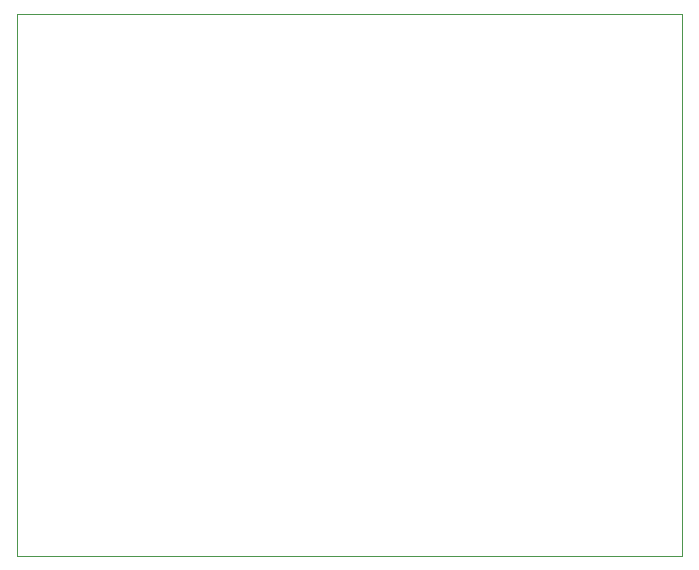
<source format=gbr>
%TF.GenerationSoftware,KiCad,Pcbnew,(7.0.0)*%
%TF.CreationDate,2023-06-21T12:56:18+01:00*%
%TF.ProjectId,CSAD10,43534144-3130-42e6-9b69-6361645f7063,0.2*%
%TF.SameCoordinates,Original*%
%TF.FileFunction,Profile,NP*%
%FSLAX46Y46*%
G04 Gerber Fmt 4.6, Leading zero omitted, Abs format (unit mm)*
G04 Created by KiCad (PCBNEW (7.0.0)) date 2023-06-21 12:56:18*
%MOMM*%
%LPD*%
G01*
G04 APERTURE LIST*
%TA.AperFunction,Profile*%
%ADD10C,0.100000*%
%TD*%
G04 APERTURE END LIST*
D10*
X118000000Y-78000000D02*
X174300000Y-78000000D01*
X174300000Y-78000000D02*
X174300000Y-123900000D01*
X174300000Y-123900000D02*
X118000000Y-123900000D01*
X118000000Y-123900000D02*
X118000000Y-78000000D01*
M02*

</source>
